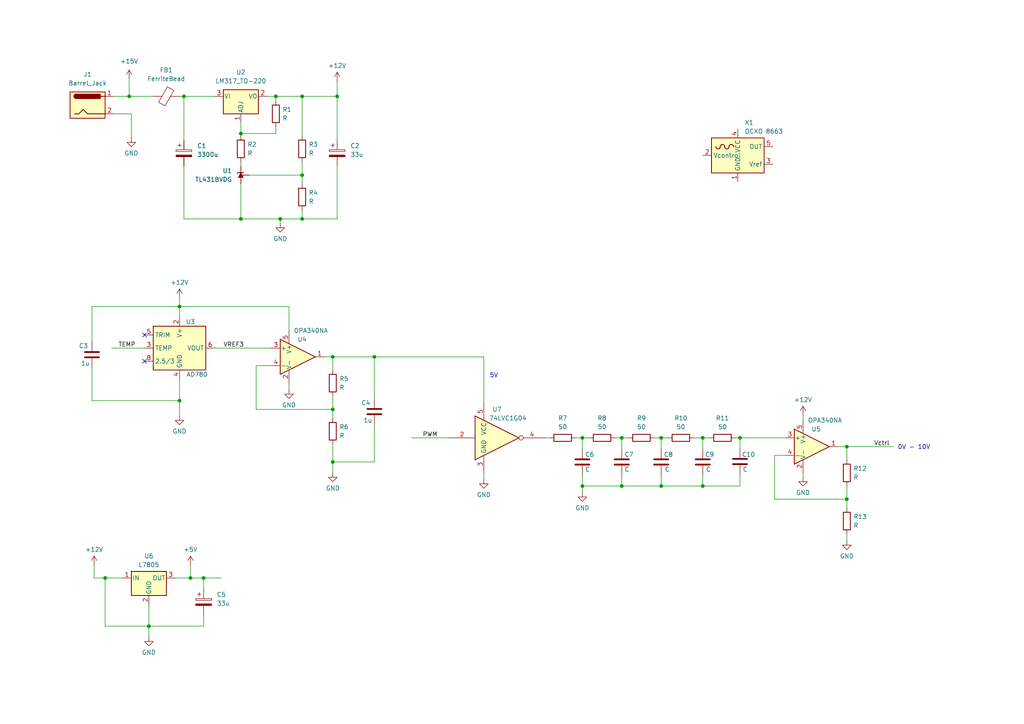
<source format=kicad_sch>
(kicad_sch (version 20230121) (generator eeschema)
  (paper "A4")
  (lib_symbols
    (symbol "74xGxx:74LVC1G04"
      (property "Reference" "U" (at 0 7.62 0))
      (property "Value" "74LVC1G04" (at 5.08 -7.62 0))
      (symbol "74LVC1G04_0_1"
        (polyline (pts (xy -7.62 6.35) (xy -7.62 -6.35) (xy 5.08 0) (xy -7.62 6.35)) (stroke (width 0.254)) (fill (type background)))
      )
      (symbol "74LVC1G04_1_1"
        (pin input line (at -15.24 0 0) (length 7.62) (name "~") (number "2"))
        (pin power_in line (at -5.08 -10.16 90) (length 5.08) (name "GND") (number "3"))
        (pin output inverted (at 12.7 0 180) (length 7.62) (name "~") (number "4"))
        (pin power_in line (at -5.08 10.16 270) (length 5.08) (name "VCC") (number "5"))
      )
    )
    (symbol "Amplifier_Operational:OPA340NA" (pin_names (offset 0.127))
      (property "Reference" "U" (at -1.27 6.35 0))
      (property "Value" "OPA340NA" (at -1.27 3.81 0))
      (symbol "OPA340NA_0_1"
        (polyline (pts (xy -5.08 5.08) (xy 5.08 0) (xy -5.08 -5.08) (xy -5.08 5.08)) (stroke (width 0.254)) (fill (type background)))
        (pin power_in line (at -2.54 -7.62 90) (length 3.81) (name "V-") (number "2"))
        (pin power_in line (at -2.54 7.62 270) (length 3.81) (name "V+") (number "5"))
      )
      (symbol "OPA340NA_1_1"
        (pin output line (at 7.62 0 180) (length 2.54) (name "~") (number "1"))
        (pin input line (at -7.62 2.54 0) (length 2.54) (name "+") (number "3"))
        (pin input line (at -7.62 -2.54 0) (length 2.54) (name "-") (number "4"))
      )
    )
    (symbol "Connector:Barrel_Jack" (pin_names (offset 1.016))
      (property "Reference" "J" (at 0 5.334 0))
      (property "Value" "Barrel_Jack" (at 0 -5.08 0))
      (symbol "Barrel_Jack_0_1"
        (rectangle (start -5.08 3.81) (end 5.08 -3.81) (stroke (width 0.254)) (fill (type background)))
        (arc (start -3.302 3.175) (mid -3.9343 2.54) (end -3.302 1.905) (stroke (width 0.254)))
        (arc (start -3.302 3.175) (mid -3.9343 2.54) (end -3.302 1.905) (stroke (width 0.254)) (fill (type outline)))
        (polyline (pts (xy 5.08 2.54) (xy 3.81 2.54)) (stroke (width 0.254)))
        (polyline (pts (xy -3.81 -2.54) (xy -2.54 -2.54) (xy -1.27 -1.27) (xy 0 -2.54) (xy 2.54 -2.54) (xy 5.08 -2.54)) (stroke (width 0.254)))
        (rectangle (start 3.683 3.175) (end -3.302 1.905) (stroke (width 0.254)) (fill (type outline)))
      )
      (symbol "Barrel_Jack_1_1"
        (pin passive line (at 7.62 2.54 180) (length 2.54) (name "~") (number "1"))
        (pin passive line (at 7.62 -2.54 180) (length 2.54) (name "~") (number "2"))
      )
    )
    (symbol "Device:C" (pin_numbers hide) (pin_names (offset 0.254))
      (property "Reference" "C" (at 0.635 2.54 0))
      (property "Value" "C" (at 0.635 -2.54 0))
      (symbol "C_0_1"
        (polyline (pts (xy -2.032 -0.762) (xy 2.032 -0.762)) (stroke (width 0.508)))
        (polyline (pts (xy -2.032 0.762) (xy 2.032 0.762)) (stroke (width 0.508)))
      )
      (symbol "C_1_1"
        (pin passive line (at 0 3.81 270) (length 2.794) (name "~") (number "1"))
        (pin passive line (at 0 -3.81 90) (length 2.794) (name "~") (number "2"))
      )
    )
    (symbol "Device:C_Polarized" (pin_numbers hide) (pin_names (offset 0.254))
      (property "Reference" "C" (at 0.635 2.54 0))
      (property "Value" "C_Polarized" (at 0.635 -2.54 0))
      (symbol "C_Polarized_0_1"
        (rectangle (start -2.286 0.508) (end 2.286 1.016))
        (polyline (pts (xy -1.778 2.286) (xy -0.762 2.286)))
        (polyline (pts (xy -1.27 2.794) (xy -1.27 1.778)))
        (rectangle (start 2.286 -0.508) (end -2.286 -1.016) (fill (type outline)))
      )
      (symbol "C_Polarized_1_1"
        (pin passive line (at 0 3.81 270) (length 2.794) (name "~") (number "1"))
        (pin passive line (at 0 -3.81 90) (length 2.794) (name "~") (number "2"))
      )
    )
    (symbol "Device:FerriteBead" (pin_numbers hide) (pin_names (offset 0))
      (property "Reference" "FB" (at -3.81 0.635 90))
      (property "Value" "FerriteBead" (at 3.81 0 90))
      (symbol "FerriteBead_0_1"
        (polyline (pts (xy 0 -1.27) (xy 0 -1.2192)))
        (polyline (pts (xy 0 1.27) (xy 0 1.2954)))
        (polyline (pts (xy -2.7686 0.4064) (xy -1.7018 2.2606) (xy 2.7686 -0.3048) (xy 1.6764 -2.159) (xy -2.7686 0.4064)))
      )
      (symbol "FerriteBead_1_1"
        (pin passive line (at 0 3.81 270) (length 2.54) (name "~") (number "1"))
        (pin passive line (at 0 -3.81 90) (length 2.54) (name "~") (number "2"))
      )
    )
    (symbol "Device:R" (pin_numbers hide) (pin_names (offset 0))
      (property "Reference" "R" (at 2.032 0 90))
      (property "Value" "R" (at 0 0 90))
      (symbol "R_0_1"
        (rectangle (start -1.016 -2.54) (end 1.016 2.54) (stroke (width 0.254)))
      )
      (symbol "R_1_1"
        (pin passive line (at 0 3.81 270) (length 1.27) (name "~") (number "1"))
        (pin passive line (at 0 -3.81 90) (length 1.27) (name "~") (number "2"))
      )
    )
    (symbol "Kicad Personal:AD780"
      (property "Reference" "U" (at 6.35 6.35 0))
      (property "Value" "AD780" (at 6.35 -8.89 0))
      (symbol "AD780_0_1"
        (rectangle (start -7.62 5.08) (end 7.62 -7.62) (stroke (width 0.254)) (fill (type background)))
      )
      (symbol "AD780_1_1"
        (pin no_connect line (at 10.16 -3.81 180) (length 2.54) hide (name "NC") (number "1"))
        (pin power_in line (at 0 7.62 270) (length 2.54) (name "V+") (number "2"))
        (pin output line (at -10.16 -1.27 0) (length 2.54) (name "TEMP") (number "3"))
        (pin power_in line (at 0 -10.16 90) (length 2.54) (name "GND") (number "4"))
        (pin input line (at -10.16 2.54 0) (length 2.54) (name "TRIM") (number "5"))
        (pin power_out line (at 10.16 -1.27 180) (length 2.54) (name "VOUT") (number "6"))
        (pin no_connect line (at 10.16 -6.35 180) (length 2.54) hide (name "NC") (number "7"))
        (pin input line (at -10.16 -5.08 0) (length 2.54) (name "2.5/3") (number "8"))
      )
    )
    (symbol "Kicad Personal:OCXO 8663"
      (property "Reference" "X" (at -7.62 6.35 0))
      (property "Value" "OCXO 8663" (at 3.81 6.35 0))
      (symbol "OCXO 8663_0_1"
        (rectangle (start -7.62 5.08) (end 7.62 -5.08) (stroke (width 0.254)) (fill (type background)))
        (arc (start -6.35 2.54) (mid -5.715 1.9077) (end -5.08 2.54) (stroke (width 0.254)))
        (arc (start -3.81 2.54) (mid -4.445 3.1723) (end -5.08 2.54) (stroke (width 0.254)))
        (arc (start -3.81 2.54) (mid -3.175 1.9077) (end -2.54 2.54) (stroke (width 0.254)))
        (arc (start -1.27 2.54) (mid -1.905 3.1723) (end -2.54 2.54) (stroke (width 0.254)))
      )
      (symbol "OCXO 8663_1_1"
        (pin power_in line (at 0 -7.62 90) (length 2.54) (name "GND") (number "1"))
        (pin input line (at -10.16 0 0) (length 2.54) (name "Vcontrol") (number "2"))
        (pin output line (at 10.16 -2.54 180) (length 2.54) (name "Vref") (number "3"))
        (pin power_in line (at 0 7.62 270) (length 2.54) (name "VCC") (number "4"))
        (pin output line (at 10.16 2.54 180) (length 2.54) (name "OUT") (number "5"))
      )
    )
    (symbol "Kicad Personal:TL431BVDG" (pin_numbers hide) (pin_names hide)
      (property "Reference" "U" (at 0 -2.54 0))
      (property "Value" "TL431BVDG" (at 0 -4.445 0))
      (symbol "TL431BVDG_0_1"
        (polyline (pts (xy -2.54 0) (xy 0 0) (xy 2.54 0)))
        (polyline (pts (xy -0.762 0.762) (xy 0.762 0) (xy -0.762 -0.762)) (fill (type outline)))
        (polyline (pts (xy 0.508 -1.016) (xy 0.762 -0.762) (xy 0.762 0.762) (xy 0.762 0.762)) (stroke (width 0.254)))
      )
      (symbol "TL431BVDG_1_0"
        (pin passive line (at -2.54 0 0) (length 2.54) hide (name "A") (number "3"))
        (pin passive line (at -2.54 0 0) (length 2.54) hide (name "A") (number "6"))
        (pin passive line (at -2.54 0 0) (length 2.54) hide (name "A") (number "7"))
      )
      (symbol "TL431BVDG_1_1"
        (polyline (pts (xy 0 1.27) (xy 0 0)))
        (pin passive line (at 2.54 0 180) (length 1.27) (name "K") (number "1"))
        (pin passive line (at -2.54 0 0) (length 1.27) (name "A") (number "2"))
        (pin passive line (at 0 2.54 270) (length 2.54) (name "REF") (number "8"))
      )
    )
    (symbol "Regulator_Linear:L7805" (pin_names (offset 0.254))
      (property "Reference" "U" (at -3.81 3.175 0))
      (property "Value" "L7805" (at 0 3.175 0))
      (symbol "L7805_0_1"
        (rectangle (start -5.08 1.905) (end 5.08 -5.08) (stroke (width 0.254)) (fill (type background)))
      )
      (symbol "L7805_1_1"
        (pin power_in line (at -7.62 0 0) (length 2.54) (name "IN") (number "1"))
        (pin power_in line (at 0 -7.62 90) (length 2.54) (name "GND") (number "2"))
        (pin power_out line (at 7.62 0 180) (length 2.54) (name "OUT") (number "3"))
      )
    )
    (symbol "Regulator_Linear:LM317_TO-220" (pin_names (offset 0.254))
      (property "Reference" "U" (at -3.81 3.175 0))
      (property "Value" "LM317_TO-220" (at 0 3.175 0))
      (symbol "LM317_TO-220_0_1"
        (rectangle (start -5.08 1.905) (end 5.08 -5.08) (stroke (width 0.254)) (fill (type background)))
      )
      (symbol "LM317_TO-220_1_1"
        (pin input line (at 0 -7.62 90) (length 2.54) (name "ADJ") (number "1"))
        (pin power_out line (at 7.62 0 180) (length 2.54) (name "VO") (number "2"))
        (pin power_in line (at -7.62 0 0) (length 2.54) (name "VI") (number "3"))
      )
    )
    (symbol "power:+12V" (power) (pin_names (offset 0))
      (property "Value" "+12V" (at 0 3.556 0))
      (symbol "+12V_0_1"
        (polyline (pts (xy -0.762 1.27) (xy 0 2.54)))
        (polyline (pts (xy 0 0) (xy 0 2.54)))
        (polyline (pts (xy 0 2.54) (xy 0.762 1.27)))
      )
      (symbol "+12V_1_1"
        (pin power_in line (at 0 0 90) (length 0) hide (name "+12V") (number "1"))
      )
    )
    (symbol "power:+15V" (power) (pin_names (offset 0))
      (property "Value" "+15V" (at 0 3.556 0))
      (symbol "+15V_0_1"
        (polyline (pts (xy -0.762 1.27) (xy 0 2.54)))
        (polyline (pts (xy 0 0) (xy 0 2.54)))
        (polyline (pts (xy 0 2.54) (xy 0.762 1.27)))
      )
      (symbol "+15V_1_1"
        (pin power_in line (at 0 0 90) (length 0) hide (name "+15V") (number "1"))
      )
    )
    (symbol "power:+5V" (power) (pin_names (offset 0))
      (property "Value" "+5V" (at 0 3.556 0))
      (symbol "+5V_0_1"
        (polyline (pts (xy -0.762 1.27) (xy 0 2.54)))
        (polyline (pts (xy 0 0) (xy 0 2.54)))
        (polyline (pts (xy 0 2.54) (xy 0.762 1.27)))
      )
      (symbol "+5V_1_1"
        (pin power_in line (at 0 0 90) (length 0) hide (name "+5V") (number "1"))
      )
    )
    (symbol "power:GND" (power) (pin_names (offset 0))
      (property "Value" "GND" (at 0 -3.81 0))
      (symbol "GND_0_1"
        (polyline (pts (xy 0 0) (xy 0 -1.27) (xy 1.27 -1.27) (xy 0 -2.54) (xy -1.27 -1.27) (xy 0 -1.27)))
      )
      (symbol "GND_1_1"
        (pin power_in line (at 0 0 270) (length 0) hide (name "GND") (number "1"))
      )
    )
  )
  (junction (at 245.618 129.54))
  (junction (at 30.48 167.64))
  (junction (at 96.52 133.985))
  (junction (at 87.63 27.94))
  (junction (at 214.63 127))
  (junction (at 168.91 140.97))
  (junction (at 53.34 27.94))
  (junction (at 52.07 116.205))
  (junction (at 168.91 127))
  (junction (at 43.18 181.61))
  (junction (at 52.07 88.9))
  (junction (at 203.835 140.97))
  (junction (at 81.28 63.5))
  (junction (at 191.77 127))
  (junction (at 180.34 140.97))
  (junction (at 59.055 167.64))
  (junction (at 191.77 140.97))
  (junction (at 245.618 144.78))
  (junction (at 180.34 127))
  (junction (at 97.79 27.94))
  (junction (at 96.52 118.745))
  (junction (at 108.585 103.505))
  (junction (at 203.835 127))
  (junction (at 87.63 50.8))
  (junction (at 55.245 167.64))
  (junction (at 87.63 63.5))
  (junction (at 80.01 27.94))
  (junction (at 37.465 27.94))
  (junction (at 69.85 63.5))
  (junction (at 69.85 38.735))
  (junction (at 96.52 103.505))
  (no_connect (at 41.91 97.155))
  (no_connect (at 41.91 104.775))
  (wire (pts (xy 97.79 23.495) (xy 97.79 27.94)))
  (wire (pts (xy 108.585 103.505) (xy 140.335 103.505)))
  (wire (pts (xy 87.63 27.94) (xy 87.63 39.37)))
  (wire (pts (xy 69.85 53.34) (xy 69.85 63.5)))
  (wire (pts (xy 119.38 127) (xy 130.175 127)))
  (wire (pts (xy 43.18 181.61) (xy 43.18 184.785)))
  (wire (pts (xy 30.48 181.61) (xy 30.48 167.64)))
  (wire (pts (xy 87.63 27.94) (xy 97.79 27.94)))
  (wire (pts (xy 37.465 27.94) (xy 44.45 27.94)))
  (wire (pts (xy 55.245 167.64) (xy 59.055 167.64)))
  (wire (pts (xy 168.91 140.97) (xy 168.91 142.875)))
  (wire (pts (xy 26.67 106.68) (xy 26.67 116.205)))
  (wire (pts (xy 27.305 163.83) (xy 27.305 167.64)))
  (wire (pts (xy 52.07 86.36) (xy 52.07 88.9)))
  (wire (pts (xy 52.07 27.94) (xy 53.34 27.94)))
  (wire (pts (xy 81.28 63.5) (xy 81.28 64.77)))
  (wire (pts (xy 80.01 27.94) (xy 87.63 27.94)))
  (wire (pts (xy 55.245 163.83) (xy 55.245 167.64)))
  (wire (pts (xy 53.34 27.94) (xy 62.23 27.94)))
  (wire (pts (xy 214.63 130.048) (xy 214.63 127)))
  (wire (pts (xy 245.618 129.54) (xy 245.618 133.35)))
  (wire (pts (xy 74.295 118.745) (xy 96.52 118.745)))
  (wire (pts (xy 69.85 63.5) (xy 81.28 63.5)))
  (wire (pts (xy 191.77 127) (xy 191.77 130.175)))
  (wire (pts (xy 214.63 127) (xy 213.36 127)))
  (wire (pts (xy 52.07 88.9) (xy 52.07 92.075)))
  (wire (pts (xy 96.52 103.505) (xy 108.585 103.505)))
  (wire (pts (xy 232.918 137.16) (xy 232.918 138.43)))
  (wire (pts (xy 180.34 127) (xy 182.245 127)))
  (wire (pts (xy 140.335 137.16) (xy 140.335 139.065)))
  (wire (pts (xy 97.79 63.5) (xy 97.79 48.26)))
  (wire (pts (xy 191.77 137.795) (xy 191.77 140.97)))
  (wire (pts (xy 189.865 127) (xy 191.77 127)))
  (wire (pts (xy 33.02 27.94) (xy 37.465 27.94)))
  (wire (pts (xy 38.1 33.02) (xy 38.1 40.005)))
  (wire (pts (xy 33.02 33.02) (xy 38.1 33.02)))
  (wire (pts (xy 168.91 127) (xy 168.91 130.175)))
  (wire (pts (xy 245.618 154.94) (xy 245.618 156.845)))
  (wire (pts (xy 77.47 27.94) (xy 80.01 27.94)))
  (wire (pts (xy 30.48 167.64) (xy 35.56 167.64)))
  (wire (pts (xy 243.078 129.54) (xy 245.618 129.54)))
  (wire (pts (xy 93.98 103.505) (xy 96.52 103.505)))
  (wire (pts (xy 108.585 123.19) (xy 108.585 133.985)))
  (wire (pts (xy 52.07 116.205) (xy 52.07 120.65)))
  (wire (pts (xy 59.055 178.435) (xy 59.055 181.61)))
  (wire (pts (xy 87.63 63.5) (xy 97.79 63.5)))
  (wire (pts (xy 43.18 175.26) (xy 43.18 181.61)))
  (wire (pts (xy 168.91 127) (xy 170.815 127)))
  (wire (pts (xy 203.835 140.97) (xy 214.63 140.97)))
  (wire (pts (xy 214.63 127) (xy 227.838 127)))
  (wire (pts (xy 180.34 140.97) (xy 191.77 140.97)))
  (wire (pts (xy 72.39 50.8) (xy 87.63 50.8)))
  (wire (pts (xy 59.055 181.61) (xy 43.18 181.61)))
  (wire (pts (xy 168.91 140.97) (xy 180.34 140.97)))
  (wire (pts (xy 158.115 127) (xy 159.385 127)))
  (wire (pts (xy 191.77 127) (xy 193.675 127)))
  (wire (pts (xy 62.23 100.965) (xy 78.74 100.965)))
  (wire (pts (xy 224.663 132.08) (xy 224.663 144.78)))
  (wire (pts (xy 191.77 140.97) (xy 203.835 140.97)))
  (wire (pts (xy 97.79 40.64) (xy 97.79 27.94)))
  (wire (pts (xy 87.63 46.99) (xy 87.63 50.8)))
  (wire (pts (xy 50.8 167.64) (xy 55.245 167.64)))
  (wire (pts (xy 108.585 133.985) (xy 96.52 133.985)))
  (wire (pts (xy 203.835 127) (xy 205.74 127)))
  (wire (pts (xy 69.85 38.735) (xy 80.01 38.735)))
  (wire (pts (xy 167.005 127) (xy 168.91 127)))
  (wire (pts (xy 227.838 132.08) (xy 224.663 132.08)))
  (wire (pts (xy 96.52 133.985) (xy 96.52 137.16)))
  (wire (pts (xy 245.618 129.54) (xy 259.08 129.54)))
  (wire (pts (xy 83.82 88.9) (xy 52.07 88.9)))
  (wire (pts (xy 168.91 137.795) (xy 168.91 140.97)))
  (wire (pts (xy 224.663 144.78) (xy 245.618 144.78)))
  (wire (pts (xy 178.435 127) (xy 180.34 127)))
  (wire (pts (xy 96.52 118.745) (xy 96.52 121.285)))
  (wire (pts (xy 69.85 35.56) (xy 69.85 38.735)))
  (wire (pts (xy 59.055 167.64) (xy 64.135 167.64)))
  (wire (pts (xy 83.82 95.885) (xy 83.82 88.9)))
  (wire (pts (xy 245.618 144.78) (xy 245.618 147.32)))
  (wire (pts (xy 203.835 127) (xy 203.835 130.175)))
  (wire (pts (xy 26.67 116.205) (xy 52.07 116.205)))
  (wire (pts (xy 80.01 27.94) (xy 80.01 29.21)))
  (wire (pts (xy 52.07 109.855) (xy 52.07 116.205)))
  (wire (pts (xy 80.01 36.83) (xy 80.01 38.735)))
  (wire (pts (xy 32.385 100.965) (xy 41.91 100.965)))
  (wire (pts (xy 201.295 127) (xy 203.835 127)))
  (wire (pts (xy 53.34 63.5) (xy 69.85 63.5)))
  (wire (pts (xy 96.52 114.935) (xy 96.52 118.745)))
  (wire (pts (xy 53.34 48.26) (xy 53.34 63.5)))
  (wire (pts (xy 245.618 144.78) (xy 245.618 140.97)))
  (wire (pts (xy 69.85 39.37) (xy 69.85 38.735)))
  (wire (pts (xy 27.305 167.64) (xy 30.48 167.64)))
  (wire (pts (xy 203.835 137.795) (xy 203.835 140.97)))
  (wire (pts (xy 214.63 140.97) (xy 214.63 137.668)))
  (wire (pts (xy 87.63 60.96) (xy 87.63 63.5)))
  (wire (pts (xy 26.67 88.9) (xy 52.07 88.9)))
  (wire (pts (xy 232.918 120.396) (xy 232.918 121.92)))
  (wire (pts (xy 69.85 46.99) (xy 69.85 48.26)))
  (wire (pts (xy 43.18 181.61) (xy 30.48 181.61)))
  (wire (pts (xy 180.34 137.795) (xy 180.34 140.97)))
  (wire (pts (xy 26.67 88.9) (xy 26.67 99.06)))
  (wire (pts (xy 78.74 106.045) (xy 74.295 106.045)))
  (wire (pts (xy 108.585 103.505) (xy 108.585 115.57)))
  (wire (pts (xy 180.34 127) (xy 180.34 130.175)))
  (wire (pts (xy 87.63 50.8) (xy 87.63 53.34)))
  (wire (pts (xy 81.28 63.5) (xy 87.63 63.5)))
  (wire (pts (xy 59.055 167.64) (xy 59.055 170.815)))
  (wire (pts (xy 96.52 103.505) (xy 96.52 107.315)))
  (wire (pts (xy 83.82 111.125) (xy 83.82 113.03)))
  (wire (pts (xy 37.465 22.86) (xy 37.465 27.94)))
  (wire (pts (xy 53.34 27.94) (xy 53.34 40.64)))
  (wire (pts (xy 74.295 106.045) (xy 74.295 118.745)))
  (wire (pts (xy 96.52 128.905) (xy 96.52 133.985)))
  (wire (pts (xy 140.335 103.505) (xy 140.335 116.84)))
  (text "5V" (at 141.986 109.728 0) (effects (font (size 1.27 1.27)) (justify left bottom)))
  (text "0V - 10V" (at 260.35 130.556 0) (effects (font (size 1.27 1.27)) (justify left bottom)))
  (label "VREF3" (at 64.77 100.965 0))
  (label "TEMP" (at 34.29 100.965 0))
  (label "PWM" (at 122.555 127 0))
  (label "Vctrl" (at 253.492 129.54 0))
  (symbol (lib_id "Regulator_Linear:L7805") (at 43.18 167.64 0) (unit 1)
    (property "Reference" "U6" (at 43.18 161.29 0))
    (property "Value" "L7805" (at 43.18 163.83 0))
    (property "Datasheet" "http://www.st.com/content/ccc/resource/technical/document/datasheet/41/4f/b3/b0/12/d4/47/88/CD00000444.pdf/files/CD00000444.pdf/jcr:content/translations/en.CD00000444.pdf" (effects hide))
  )
  (symbol (lib_id "power:+5V") (at 55.245 163.83 0) (unit 1)
    (property "Reference" "#PWR09" (effects hide))
    (property "Value" "+5V" (at 55.245 159.385 0))
  )
  (symbol (lib_id "74xGxx:74LVC1G04") (at 145.415 127 0) (unit 1)
    (property "Reference" "U7" (at 144.145 118.745 0))
    (property "Value" "74LVC1G04" (at 147.32 121.285 0))
    (property "Datasheet" "https://www.ti.com/lit/ds/symlink/sn74lvc1g04.pdf" (effects hide))
  )
  (symbol (lib_id "Device:R") (at 87.63 57.15 0) (unit 1)
    (property "Reference" "R4" (at 89.535 55.88 0) (effects (justify left)))
    (property "Value" "R" (at 89.535 58.42 0) (effects (justify left)))
  )
  (symbol (lib_id "Device:C") (at 180.34 133.985 0) (unit 1)
    (property "Reference" "C7" (at 181.102 131.826 0) (effects (justify left)))
    (property "Value" "C" (at 181.102 136.144 0) (effects (justify left)))
  )
  (symbol (lib_id "Device:R") (at 96.52 125.095 0) (unit 1)
    (property "Reference" "R6" (at 98.425 123.825 0) (effects (justify left)))
    (property "Value" "R" (at 98.425 126.365 0) (effects (justify left)))
  )
  (symbol (lib_id "power:+12V") (at 232.918 120.396 0) (mirror y) (unit 1)
    (property "Reference" "#PWR014" (effects hide))
    (property "Value" "+12V" (at 232.918 115.951 0))
  )
  (symbol (lib_id "power:GND") (at 43.18 184.785 0) (unit 1)
    (property "Reference" "#PWR011" (effects hide))
    (property "Value" "GND" (at 43.18 189.23 0))
  )
  (symbol (lib_id "Device:R") (at 96.52 111.125 0) (unit 1)
    (property "Reference" "R5" (at 98.425 109.855 0) (effects (justify left)))
    (property "Value" "R" (at 98.425 112.395 0) (effects (justify left)))
  )
  (symbol (lib_id "Device:R") (at 80.01 33.02 0) (unit 1)
    (property "Reference" "R1" (at 81.915 31.75 0) (effects (justify left)))
    (property "Value" "R" (at 81.915 34.29 0) (effects (justify left)))
  )
  (symbol (lib_id "Device:C_Polarized") (at 53.34 44.45 0) (unit 1)
    (property "Reference" "C1" (at 57.15 42.291 0) (effects (justify left)))
    (property "Value" "3300u" (at 57.15 44.831 0) (effects (justify left)))
  )
  (symbol (lib_id "power:+12V") (at 27.305 163.83 0) (mirror y) (unit 1)
    (property "Reference" "#PWR010" (effects hide))
    (property "Value" "+12V" (at 27.305 159.385 0))
  )
  (symbol (lib_id "power:+15V") (at 37.465 22.86 0) (unit 1)
    (property "Reference" "#PWR02" (effects hide))
    (property "Value" "+15V" (at 37.465 17.78 0))
  )
  (symbol (lib_id "Amplifier_Operational:OPA340NA") (at 86.36 103.505 0) (unit 1)
    (property "Reference" "U4" (at 87.63 98.425 0))
    (property "Value" "OPA340NA" (at 90.17 95.885 0))
    (property "Footprint" "Package_TO_SOT_SMD:SOT-23-5" (effects hide))
    (property "Datasheet" "http://www.ti.com/lit/ds/symlink/opa340.pdf" (effects hide))
  )
  (symbol (lib_id "Device:C") (at 108.585 119.38 0) (unit 1)
    (property "Reference" "C4" (at 104.775 116.84 0) (effects (justify left)))
    (property "Value" "1u" (at 105.41 121.92 0) (effects (justify left)))
  )
  (symbol (lib_id "Device:C") (at 168.91 133.985 0) (unit 1)
    (property "Reference" "C6" (at 169.672 131.826 0) (effects (justify left)))
    (property "Value" "C" (at 169.672 136.144 0) (effects (justify left)))
  )
  (symbol (lib_id "Device:R") (at 69.85 43.18 0) (unit 1)
    (property "Reference" "R2" (at 71.755 41.91 0) (effects (justify left)))
    (property "Value" "R" (at 71.755 44.45 0) (effects (justify left)))
  )
  (symbol (lib_id "Device:R") (at 186.055 127 90) (unit 1)
    (property "Reference" "R9" (at 186.055 121.285 90))
    (property "Value" "50" (at 186.055 123.825 90))
  )
  (symbol (lib_id "Device:R") (at 209.55 127 90) (unit 1)
    (property "Reference" "R11" (at 209.55 121.285 90))
    (property "Value" "50" (at 209.55 123.825 90))
  )
  (symbol (lib_id "Device:C_Polarized") (at 97.79 44.45 0) (unit 1)
    (property "Reference" "C2" (at 101.6 42.291 0) (effects (justify left)))
    (property "Value" "33u" (at 101.6 44.831 0) (effects (justify left)))
  )
  (symbol (lib_id "Connector:Barrel_Jack") (at 25.4 30.48 0) (unit 1)
    (property "Reference" "J1" (at 25.4 21.59 0))
    (property "Value" "Barrel_Jack" (at 25.4 24.13 0))
  )
  (symbol (lib_id "Kicad Personal:TL431BVDG") (at 69.85 50.8 270) (mirror x) (unit 1)
    (property "Reference" "U1" (at 67.31 49.53 90) (effects (justify right)))
    (property "Value" "TL431BVDG" (at 67.31 52.07 90) (effects (justify right)))
    (property "Footprint" "Package_SO:SOIC-8-N7_3.9x4.9mm_P1.27mm" (effects hide))
    (property "Datasheet" "http://www.ti.com/lit/ds/symlink/tl431.pdf" (effects hide))
  )
  (symbol (lib_id "Device:FerriteBead") (at 48.26 27.94 90) (unit 1)
    (property "Reference" "FB1" (at 48.2092 20.32 90))
    (property "Value" "FerriteBead" (at 48.2092 22.86 90))
  )
  (symbol (lib_id "Device:R") (at 174.625 127 90) (unit 1)
    (property "Reference" "R8" (at 174.625 121.285 90))
    (property "Value" "50" (at 174.625 123.825 90))
  )
  (symbol (lib_id "power:GND") (at 168.91 142.875 0) (unit 1)
    (property "Reference" "#PWR013" (effects hide))
    (property "Value" "GND" (at 168.91 147.32 0))
  )
  (symbol (lib_id "power:GND") (at 83.82 113.03 0) (unit 1)
    (property "Reference" "#PWR07" (effects hide))
    (property "Value" "GND" (at 83.82 117.475 0))
  )
  (symbol (lib_id "Kicad Personal:AD780") (at 52.07 99.695 0) (unit 1)
    (property "Reference" "U3" (at 55.245 93.345 0))
    (property "Value" "AD780" (at 57.15 108.585 0))
    (property "Datasheet" "https://www.analog.com/media/en/technical-documentation/data-sheets/ad780.pdf" (effects hide))
  )
  (symbol (lib_id "Device:R") (at 87.63 43.18 0) (unit 1)
    (property "Reference" "R3" (at 89.535 41.91 0) (effects (justify left)))
    (property "Value" "R" (at 89.535 44.45 0) (effects (justify left)))
  )
  (symbol (lib_id "Device:C") (at 191.77 133.985 0) (unit 1)
    (property "Reference" "C8" (at 192.532 131.826 0) (effects (justify left)))
    (property "Value" "C" (at 192.786 136.144 0) (effects (justify left)))
  )
  (symbol (lib_id "power:GND") (at 96.52 137.16 0) (unit 1)
    (property "Reference" "#PWR08" (effects hide))
    (property "Value" "GND" (at 96.52 141.605 0))
  )
  (symbol (lib_id "Device:C") (at 214.63 133.858 0) (unit 1)
    (property "Reference" "C10" (at 215.138 131.826 0) (effects (justify left)))
    (property "Value" "C" (at 215.392 136.144 0) (effects (justify left)))
  )
  (symbol (lib_id "Device:C_Polarized") (at 59.055 174.625 0) (unit 1)
    (property "Reference" "C5" (at 62.865 172.466 0) (effects (justify left)))
    (property "Value" "33u" (at 62.865 175.006 0) (effects (justify left)))
  )
  (symbol (lib_id "Device:R") (at 163.195 127 90) (unit 1)
    (property "Reference" "R7" (at 163.195 121.285 90))
    (property "Value" "50" (at 163.195 123.825 90))
  )
  (symbol (lib_id "Device:C") (at 203.835 133.985 0) (unit 1)
    (property "Reference" "C9" (at 204.47 131.826 0) (effects (justify left)))
    (property "Value" "C" (at 204.724 136.144 0) (effects (justify left)))
  )
  (symbol (lib_id "power:+12V") (at 52.07 86.36 0) (mirror y) (unit 1)
    (property "Reference" "#PWR04" (effects hide))
    (property "Value" "+12V" (at 52.07 81.915 0))
  )
  (symbol (lib_id "power:GND") (at 81.28 64.77 0) (unit 1)
    (property "Reference" "#PWR05" (effects hide))
    (property "Value" "GND" (at 81.28 69.215 0))
  )
  (symbol (lib_id "Device:C") (at 26.67 102.87 0) (unit 1)
    (property "Reference" "C3" (at 22.86 100.33 0) (effects (justify left)))
    (property "Value" "1u" (at 23.495 105.41 0) (effects (justify left)))
  )
  (symbol (lib_id "power:GND") (at 140.335 139.065 0) (unit 1)
    (property "Reference" "#PWR012" (effects hide))
    (property "Value" "GND" (at 140.335 143.51 0))
  )
  (symbol (lib_id "Amplifier_Operational:OPA340NA") (at 235.458 129.54 0) (unit 1)
    (property "Reference" "U5" (at 236.728 124.46 0))
    (property "Value" "OPA340NA" (at 239.268 121.92 0))
    (property "Footprint" "Package_TO_SOT_SMD:SOT-23-5" (effects hide))
    (property "Datasheet" "http://www.ti.com/lit/ds/symlink/opa340.pdf" (effects hide))
  )
  (symbol (lib_id "Device:R") (at 245.618 151.13 0) (unit 1)
    (property "Reference" "R13" (at 247.523 149.86 0) (effects (justify left)))
    (property "Value" "R" (at 247.523 152.4 0) (effects (justify left)))
  )
  (symbol (lib_id "Device:R") (at 197.485 127 90) (unit 1)
    (property "Reference" "R10" (at 197.485 121.285 90))
    (property "Value" "50" (at 197.485 123.825 90))
  )
  (symbol (lib_id "power:+12V") (at 97.79 23.495 0) (mirror y) (unit 1)
    (property "Reference" "#PWR03" (effects hide))
    (property "Value" "+12V" (at 97.79 19.05 0))
  )
  (symbol (lib_id "power:GND") (at 38.1 40.005 0) (unit 1)
    (property "Reference" "#PWR01" (effects hide))
    (property "Value" "GND" (at 38.1 44.45 0))
  )
  (symbol (lib_id "power:GND") (at 245.618 156.845 0) (unit 1)
    (property "Reference" "#PWR016" (effects hide))
    (property "Value" "GND" (at 245.618 161.29 0))
  )
  (symbol (lib_id "Regulator_Linear:LM317_TO-220") (at 69.85 27.94 0) (unit 1)
    (property "Reference" "U2" (at 69.85 20.955 0))
    (property "Value" "LM317_TO-220" (at 69.85 23.495 0))
    (property "Footprint" "Package_TO_SOT_THT:TO-220-3_Vertical" (effects hide))
    (property "Datasheet" "http://www.ti.com/lit/ds/symlink/lm317.pdf" (effects hide))
  )
  (symbol (lib_id "Device:R") (at 245.618 137.16 0) (unit 1)
    (property "Reference" "R12" (at 247.523 135.89 0) (effects (justify left)))
    (property "Value" "R" (at 247.523 138.43 0) (effects (justify left)))
  )
  (symbol (lib_id "Kicad Personal:OCXO 8663") (at 213.995 45.085 0) (unit 1)
    (property "Reference" "X1" (at 215.9509 35.56 0) (effects (justify left)))
    (property "Value" "OCXO 8663" (at 215.9509 38.1 0) (effects (justify left)))
    (property "Footprint" "Kicad_Personal:Oscillator_OCXO_Oscilloquartz_8663" (effects hide))
    (property "Datasheet" "http://www.sungwhatech.com/product/pdf/aging/8663.pdf" (effects hide))
  )
  (symbol (lib_id "power:GND") (at 52.07 120.65 0) (unit 1)
    (property "Reference" "#PWR06" (effects hide))
    (property "Value" "GND" (at 52.07 125.095 0))
  )
  (symbol (lib_id "power:GND") (at 232.918 138.43 0) (unit 1)
    (property "Reference" "#PWR015" (effects hide))
    (property "Value" "GND" (at 232.918 142.875 0))
  )
)
</source>
